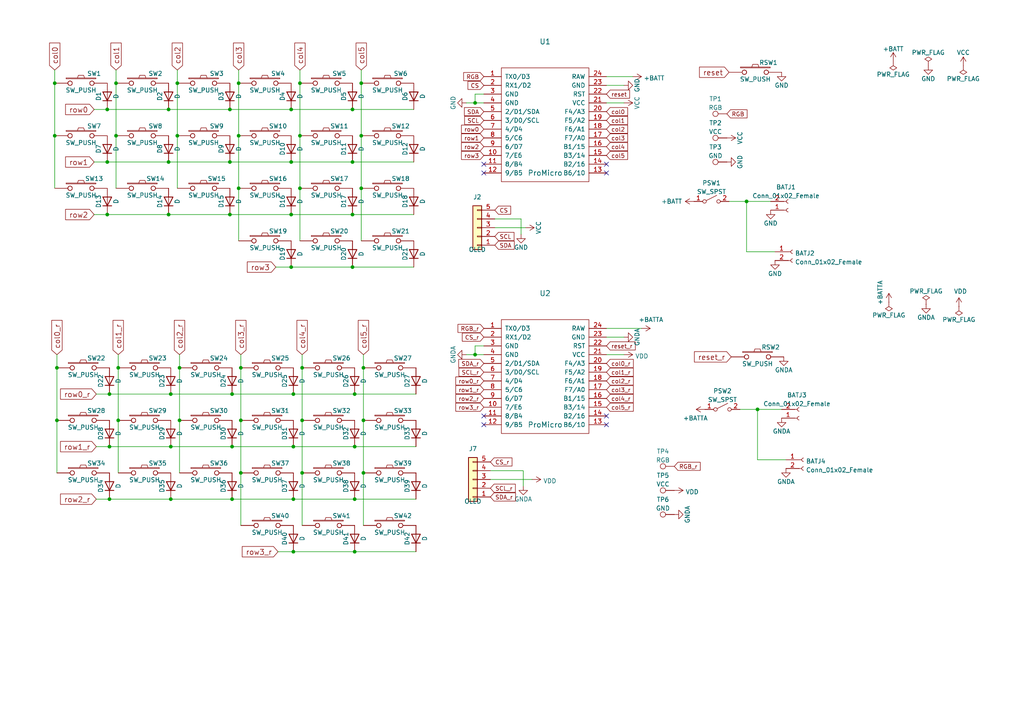
<source format=kicad_sch>
(kicad_sch (version 20211123) (generator eeschema)
  (paper "A4")
  (title_block (title "Corne Light") (date "2020-10-13") (rev "2.0") (company "foostan"))
  (lib_symbols
    (symbol "+BATT_2" (power) (pin_names (offset 0))
      (property "Value" "+BATT_2" (at -10.795 0 90))
      (symbol "+BATT_2_0_1"
        (polyline (pts (xy -0.762 1.27) (xy 0 2.54)))
        (polyline (pts (xy 0 0) (xy 0 2.54)))
        (polyline (pts (xy 0 2.54) (xy 0.762 1.27)))
      )
      (symbol "+BATT_2_1_1"
        (pin power_in line (at 0 0 90) (length 0) hide (name "+BATTA") (number "1"))
      )
    )
    (symbol "Connector:Conn_01x02_Female" (pin_names (offset 1.016) hide)
      (property "Reference" "J" (at 0 2.54 0))
      (property "Value" "Conn_01x02_Female" (at 0 -5.08 0))
      (symbol "Conn_01x02_Female_1_1"
        (arc (start 0 -2.032) (mid -0.508 -2.54) (end 0 -3.048) (stroke (width 0.1524)))
        (polyline (pts (xy -1.27 -2.54) (xy -0.508 -2.54)) (stroke (width 0.1524)))
        (polyline (pts (xy -1.27 0) (xy -0.508 0)) (stroke (width 0.1524)))
        (arc (start 0 0.508) (mid -0.508 0) (end 0 -0.508) (stroke (width 0.1524)))
        (pin passive line (at -5.08 0 0) (length 3.81) (name "Pin_1") (number "1"))
        (pin passive line (at -5.08 -2.54 0) (length 3.81) (name "Pin_2") (number "2"))
      )
    )
    (symbol "Connector:TestPoint" (pin_numbers hide) (pin_names (offset 0.762) hide)
      (property "Reference" "TP" (at 0 6.858 0))
      (property "Value" "TestPoint" (at 0 5.08 0))
      (symbol "TestPoint_0_1"
        (circle (center 0 3.302) (radius 0.762))
      )
      (symbol "TestPoint_1_1"
        (pin passive line (at 0 0 90) (length 2.54) (name "1") (number "1"))
      )
    )
    (symbol "Connector_Generic:Conn_01x05" (pin_names (offset 1.016) hide)
      (property "Reference" "J" (at 0 7.62 0))
      (property "Value" "Conn_01x05" (at 0 -7.62 0))
      (symbol "Conn_01x05_1_1"
        (rectangle (start -1.27 -4.953) (end 0 -5.207) (stroke (width 0.1524)))
        (rectangle (start -1.27 -2.413) (end 0 -2.667) (stroke (width 0.1524)))
        (rectangle (start -1.27 0.127) (end 0 -0.127) (stroke (width 0.1524)))
        (rectangle (start -1.27 2.667) (end 0 2.413) (stroke (width 0.1524)))
        (rectangle (start -1.27 5.207) (end 0 4.953) (stroke (width 0.1524)))
        (rectangle (start -1.27 6.35) (end 1.27 -6.35) (stroke (width 0.254)) (fill (type background)))
        (pin passive line (at -5.08 5.08 0) (length 3.81) (name "Pin_1") (number "1"))
        (pin passive line (at -5.08 2.54 0) (length 3.81) (name "Pin_2") (number "2"))
        (pin passive line (at -5.08 0 0) (length 3.81) (name "Pin_3") (number "3"))
        (pin passive line (at -5.08 -2.54 0) (length 3.81) (name "Pin_4") (number "4"))
        (pin passive line (at -5.08 -5.08 0) (length 3.81) (name "Pin_5") (number "5"))
      )
    )
    (symbol "Device:D" (pin_numbers hide) (pin_names (offset 1.016) hide)
      (property "Reference" "D" (at 0 2.54 0))
      (property "Value" "D" (at 0 -2.54 0))
      (symbol "D_0_1"
        (polyline (pts (xy -1.27 1.27) (xy -1.27 -1.27)) (stroke (width 0.254)))
        (polyline (pts (xy 1.27 0) (xy -1.27 0)))
        (polyline (pts (xy 1.27 1.27) (xy 1.27 -1.27) (xy -1.27 0) (xy 1.27 1.27)) (stroke (width 0.254)))
      )
      (symbol "D_1_1"
        (pin passive line (at -3.81 0 0) (length 2.54) (name "K") (number "1"))
        (pin passive line (at 3.81 0 180) (length 2.54) (name "A") (number "2"))
      )
    )
    (symbol "Switch:SW_SPST" (pin_names (offset 0) hide)
      (property "Reference" "SW" (at 0 3.175 0))
      (property "Value" "SW_SPST" (at 0 -2.54 0))
      (symbol "SW_SPST_0_0"
        (circle (center -2.032 0) (radius 0.508))
        (polyline (pts (xy -1.524 0.254) (xy 1.524 1.778)))
        (circle (center 2.032 0) (radius 0.508))
      )
      (symbol "SW_SPST_1_1"
        (pin passive line (at -5.08 0 0) (length 2.54) (name "A") (number "1"))
        (pin passive line (at 5.08 0 180) (length 2.54) (name "B") (number "2"))
      )
    )
    (symbol "kbd:ProMicro" (pin_names (offset 1.016))
      (property "Reference" "U" (at 0 19.05 0))
      (property "Value" "ProMicro" (at 0 -19.05 0))
      (symbol "ProMicro_0_1"
        (rectangle (start -12.7 16.51) (end 12.7 -16.51))
      )
      (symbol "ProMicro_1_1"
        (pin bidirectional line (at -17.78 13.97 0) (length 5.08) (name "TX0/D3") (number "1"))
        (pin bidirectional line (at -17.78 -8.89 0) (length 5.08) (name "7/E6") (number "10"))
        (pin bidirectional line (at -17.78 -11.43 0) (length 5.08) (name "8/B4") (number "11"))
        (pin bidirectional line (at -17.78 -13.97 0) (length 5.08) (name "9/B5") (number "12"))
        (pin bidirectional line (at 17.78 -13.97 180) (length 5.08) (name "B6/10") (number "13"))
        (pin bidirectional line (at 17.78 -11.43 180) (length 5.08) (name "B2/16") (number "14"))
        (pin bidirectional line (at 17.78 -8.89 180) (length 5.08) (name "B3/14") (number "15"))
        (pin bidirectional line (at 17.78 -6.35 180) (length 5.08) (name "B1/15") (number "16"))
        (pin bidirectional line (at 17.78 -3.81 180) (length 5.08) (name "F7/A0") (number "17"))
        (pin bidirectional line (at 17.78 -1.27 180) (length 5.08) (name "F6/A1") (number "18"))
        (pin bidirectional line (at 17.78 1.27 180) (length 5.08) (name "F5/A2") (number "19"))
        (pin bidirectional line (at -17.78 11.43 0) (length 5.08) (name "RX1/D2") (number "2"))
        (pin bidirectional line (at 17.78 3.81 180) (length 5.08) (name "F4/A3") (number "20"))
        (pin power_in line (at 17.78 6.35 180) (length 5.08) (name "VCC") (number "21"))
        (pin input line (at 17.78 8.89 180) (length 5.08) (name "RST") (number "22"))
        (pin power_in line (at 17.78 11.43 180) (length 5.08) (name "GND") (number "23"))
        (pin power_out line (at 17.78 13.97 180) (length 5.08) (name "RAW") (number "24"))
        (pin power_in line (at -17.78 8.89 0) (length 5.08) (name "GND") (number "3"))
        (pin power_in line (at -17.78 6.35 0) (length 5.08) (name "GND") (number "4"))
        (pin bidirectional line (at -17.78 3.81 0) (length 5.08) (name "2/D1/SDA") (number "5"))
        (pin bidirectional line (at -17.78 1.27 0) (length 5.08) (name "3/D0/SCL") (number "6"))
        (pin bidirectional line (at -17.78 -1.27 0) (length 5.08) (name "4/D4") (number "7"))
        (pin bidirectional line (at -17.78 -3.81 0) (length 5.08) (name "5/C6") (number "8"))
        (pin bidirectional line (at -17.78 -6.35 0) (length 5.08) (name "6/D7") (number "9"))
      )
    )
    (symbol "kbd:SW_PUSH" (pin_numbers hide) (pin_names (offset 1.016) hide)
      (property "Reference" "SW" (at 3.81 2.794 0))
      (property "Value" "SW_PUSH" (at 0 -2.032 0))
      (symbol "SW_PUSH_0_1"
        (rectangle (start -4.318 1.27) (end 4.318 1.524))
        (polyline (pts (xy -1.016 1.524) (xy -0.762 2.286) (xy 0.762 2.286) (xy 1.016 1.524)))
        (pin passive inverted (at -7.62 0 0) (length 5.08) (name "1") (number "1"))
        (pin passive inverted (at 7.62 0 180) (length 5.08) (name "2") (number "2"))
      )
    )
    (symbol "power:+BATT" (power) (pin_names (offset 0))
      (property "Value" "+BATT" (at 0 3.556 0))
      (symbol "+BATT_0_1"
        (polyline (pts (xy -0.762 1.27) (xy 0 2.54)))
        (polyline (pts (xy 0 0) (xy 0 2.54)))
        (polyline (pts (xy 0 2.54) (xy 0.762 1.27)))
      )
      (symbol "+BATT_1_1"
        (pin power_in line (at 0 0 90) (length 0) hide (name "+BATT") (number "1"))
      )
    )
    (symbol "power:GND" (power) (pin_names (offset 0))
      (property "Value" "GND" (at 0 -3.81 0))
      (symbol "GND_0_1"
        (polyline (pts (xy 0 0) (xy 0 -1.27) (xy 1.27 -1.27) (xy 0 -2.54) (xy -1.27 -1.27) (xy 0 -1.27)))
      )
      (symbol "GND_1_1"
        (pin power_in line (at 0 0 270) (length 0) hide (name "GND") (number "1"))
      )
    )
    (symbol "power:GNDA" (power) (pin_names (offset 0))
      (property "Value" "GNDA" (at 0 -3.81 0))
      (symbol "GNDA_0_1"
        (polyline (pts (xy 0 0) (xy 0 -1.27) (xy 1.27 -1.27) (xy 0 -2.54) (xy -1.27 -1.27) (xy 0 -1.27)))
      )
      (symbol "GNDA_1_1"
        (pin power_in line (at 0 0 270) (length 0) hide (name "GNDA") (number "1"))
      )
    )
    (symbol "power:PWR_FLAG" (power) (pin_numbers hide) (pin_names (offset 0) hide)
      (property "Value" "PWR_FLAG" (at 0 3.81 0))
      (symbol "PWR_FLAG_0_0"
        (pin power_out line (at 0 0 90) (length 0) (name "pwr") (number "1"))
      )
      (symbol "PWR_FLAG_0_1"
        (polyline (pts (xy 0 0) (xy 0 1.27) (xy -1.016 1.905) (xy 0 2.54) (xy 1.016 1.905) (xy 0 1.27)))
      )
    )
    (symbol "power:VCC" (power) (pin_names (offset 0))
      (property "Value" "VCC" (at 0 3.81 0))
      (symbol "VCC_0_1"
        (polyline (pts (xy -0.762 1.27) (xy 0 2.54)))
        (polyline (pts (xy 0 0) (xy 0 2.54)))
        (polyline (pts (xy 0 2.54) (xy 0.762 1.27)))
      )
      (symbol "VCC_1_1"
        (pin power_in line (at 0 0 90) (length 0) hide (name "VCC") (number "1"))
      )
    )
    (symbol "power:VDD" (power) (pin_names (offset 0))
      (property "Value" "VDD" (at 0 3.81 0))
      (symbol "VDD_0_1"
        (polyline (pts (xy -0.762 1.27) (xy 0 2.54)))
        (polyline (pts (xy 0 0) (xy 0 2.54)))
        (polyline (pts (xy 0 2.54) (xy 0.762 1.27)))
      )
      (symbol "VDD_1_1"
        (pin power_in line (at 0 0 90) (length 0) hide (name "VDD") (number "1"))
      )
    )
  )
  (junction (at 86.995 39.37))
  (junction (at 87.63 121.92))
  (junction (at 66.675 46.99))
  (junction (at 31.115 62.23))
  (junction (at 52.07 121.92))
  (junction (at 49.53 114.3))
  (junction (at 31.75 129.54))
  (junction (at 219.71 118.745))
  (junction (at 49.53 144.78))
  (junction (at 137.795 102.87))
  (junction (at 105.41 137.16))
  (junction (at 102.235 31.75))
  (junction (at 51.435 24.13))
  (junction (at 48.895 62.23))
  (junction (at 67.31 114.3))
  (junction (at 85.09 160.02))
  (junction (at 48.895 31.75))
  (junction (at 66.675 31.75))
  (junction (at 31.115 31.75))
  (junction (at 86.995 24.13))
  (junction (at 33.655 24.13))
  (junction (at 87.63 106.68))
  (junction (at 33.655 39.37))
  (junction (at 87.63 137.16))
  (junction (at 105.41 121.92))
  (junction (at 102.235 46.99))
  (junction (at 102.87 144.78))
  (junction (at 102.87 160.02))
  (junction (at 31.115 46.99))
  (junction (at 104.775 54.61))
  (junction (at 85.09 114.3))
  (junction (at 67.31 129.54))
  (junction (at 84.455 31.75))
  (junction (at 84.455 77.47))
  (junction (at 34.29 106.68))
  (junction (at 84.455 62.23))
  (junction (at 102.87 114.3))
  (junction (at 66.675 62.23))
  (junction (at 69.85 121.92))
  (junction (at 69.215 54.61))
  (junction (at 31.75 114.3))
  (junction (at 102.235 62.23))
  (junction (at 69.215 39.37))
  (junction (at 102.235 77.47))
  (junction (at 15.875 39.37))
  (junction (at 34.29 121.92))
  (junction (at 67.31 144.78))
  (junction (at 102.87 129.54))
  (junction (at 51.435 39.37))
  (junction (at 49.53 129.54))
  (junction (at 86.995 54.61))
  (junction (at 69.85 137.16))
  (junction (at 15.875 24.13))
  (junction (at 216.535 58.42))
  (junction (at 105.41 106.68))
  (junction (at 52.07 106.68))
  (junction (at 16.51 106.68))
  (junction (at 31.75 144.78))
  (junction (at 84.455 46.99))
  (junction (at 85.09 144.78))
  (junction (at 104.775 39.37))
  (junction (at 69.85 106.68))
  (junction (at 16.51 121.92))
  (junction (at 85.09 129.54))
  (junction (at 104.775 24.13))
  (junction (at 137.795 29.845))
  (junction (at 69.215 24.13))
  (junction (at 48.895 46.99))
  (no_connect (at 175.895 47.625))
  (no_connect (at 140.335 123.19))
  (no_connect (at 175.895 123.19))
  (no_connect (at 140.335 47.625))
  (no_connect (at 140.335 50.165))
  (no_connect (at 175.895 50.165))
  (no_connect (at 140.335 120.65))
  (no_connect (at 175.895 120.65))
  (wire (pts (xy 104.775 54.61) (xy 104.775 69.85)))
  (wire (pts (xy 104.775 24.13) (xy 104.775 39.37)))
  (wire (pts (xy 15.875 20.32) (xy 15.875 24.13)))
  (wire (pts (xy 34.29 106.68) (xy 34.29 121.92)))
  (wire (pts (xy 27.94 129.54) (xy 31.75 129.54)))
  (wire (pts (xy 86.995 20.32) (xy 86.995 24.13)))
  (wire (pts (xy 34.29 102.87) (xy 34.29 106.68)))
  (wire (pts (xy 175.895 102.87) (xy 180.975 102.87)))
  (wire (pts (xy 69.215 54.61) (xy 69.215 69.85)))
  (wire (pts (xy 219.71 118.745) (xy 226.695 118.745)))
  (wire (pts (xy 142.24 139.065) (xy 154.305 139.065)))
  (wire (pts (xy 105.41 106.68) (xy 105.41 121.92)))
  (wire (pts (xy 49.53 129.54) (xy 67.31 129.54)))
  (wire (pts (xy 214.63 118.745) (xy 219.71 118.745)))
  (wire (pts (xy 66.675 31.75) (xy 84.455 31.75)))
  (wire (pts (xy 102.87 144.78) (xy 120.65 144.78)))
  (wire (pts (xy 31.75 129.54) (xy 49.53 129.54)))
  (wire (pts (xy 48.895 46.99) (xy 66.675 46.99)))
  (wire (pts (xy 27.305 46.99) (xy 31.115 46.99)))
  (wire (pts (xy 105.41 137.16) (xy 105.41 152.4)))
  (wire (pts (xy 16.51 121.92) (xy 16.51 137.16)))
  (wire (pts (xy 31.115 62.23) (xy 48.895 62.23)))
  (wire (pts (xy 137.795 27.305) (xy 137.795 29.845)))
  (wire (pts (xy 216.535 58.42) (xy 216.535 73.025)))
  (wire (pts (xy 102.235 62.23) (xy 120.015 62.23)))
  (wire (pts (xy 87.63 102.87) (xy 87.63 106.68)))
  (wire (pts (xy 227.965 133.35) (xy 219.71 133.35)))
  (wire (pts (xy 84.455 46.99) (xy 102.235 46.99)))
  (wire (pts (xy 135.255 29.845) (xy 137.795 29.845)))
  (wire (pts (xy 16.51 102.87) (xy 16.51 106.68)))
  (wire (pts (xy 84.455 77.47) (xy 102.235 77.47)))
  (wire (pts (xy 31.75 144.78) (xy 49.53 144.78)))
  (wire (pts (xy 175.895 22.225) (xy 183.515 22.225)))
  (wire (pts (xy 84.455 31.75) (xy 102.235 31.75)))
  (wire (pts (xy 137.795 102.87) (xy 140.335 102.87)))
  (wire (pts (xy 52.07 106.68) (xy 52.07 121.92)))
  (wire (pts (xy 33.655 24.13) (xy 33.655 39.37)))
  (wire (pts (xy 102.87 129.54) (xy 120.65 129.54)))
  (wire (pts (xy 137.795 29.845) (xy 140.335 29.845)))
  (wire (pts (xy 151.765 136.525) (xy 151.765 140.97)))
  (wire (pts (xy 69.215 20.32) (xy 69.215 24.13)))
  (wire (pts (xy 140.335 27.305) (xy 137.795 27.305)))
  (wire (pts (xy 85.09 160.02) (xy 102.87 160.02)))
  (wire (pts (xy 175.895 95.25) (xy 186.055 95.25)))
  (wire (pts (xy 175.895 97.79) (xy 180.975 97.79)))
  (wire (pts (xy 216.535 73.025) (xy 224.79 73.025)))
  (wire (pts (xy 137.795 100.33) (xy 137.795 102.87)))
  (wire (pts (xy 85.09 144.78) (xy 102.87 144.78)))
  (wire (pts (xy 151.13 67.945) (xy 151.13 63.5)))
  (wire (pts (xy 105.41 102.87) (xy 105.41 106.68)))
  (wire (pts (xy 66.675 62.23) (xy 84.455 62.23)))
  (wire (pts (xy 175.895 29.845) (xy 180.975 29.845)))
  (wire (pts (xy 52.07 102.87) (xy 52.07 106.68)))
  (wire (pts (xy 33.655 20.32) (xy 33.655 24.13)))
  (wire (pts (xy 27.305 62.23) (xy 31.115 62.23)))
  (wire (pts (xy 175.895 24.765) (xy 180.975 24.765)))
  (wire (pts (xy 211.455 58.42) (xy 216.535 58.42)))
  (wire (pts (xy 142.24 136.525) (xy 151.765 136.525)))
  (wire (pts (xy 67.31 144.78) (xy 85.09 144.78)))
  (wire (pts (xy 51.435 24.13) (xy 51.435 39.37)))
  (wire (pts (xy 31.115 31.75) (xy 48.895 31.75)))
  (wire (pts (xy 102.235 77.47) (xy 120.015 77.47)))
  (wire (pts (xy 219.71 133.35) (xy 219.71 118.745)))
  (wire (pts (xy 67.31 114.3) (xy 85.09 114.3)))
  (wire (pts (xy 104.775 39.37) (xy 104.775 54.61)))
  (wire (pts (xy 48.895 31.75) (xy 66.675 31.75)))
  (wire (pts (xy 51.435 20.32) (xy 51.435 24.13)))
  (wire (pts (xy 69.85 137.16) (xy 69.85 152.4)))
  (wire (pts (xy 216.535 58.42) (xy 223.52 58.42)))
  (wire (pts (xy 69.215 24.13) (xy 69.215 39.37)))
  (wire (pts (xy 140.335 100.33) (xy 137.795 100.33)))
  (wire (pts (xy 102.87 114.3) (xy 120.65 114.3)))
  (wire (pts (xy 34.29 121.92) (xy 34.29 137.16)))
  (wire (pts (xy 49.53 114.3) (xy 67.31 114.3)))
  (wire (pts (xy 105.41 121.92) (xy 105.41 137.16)))
  (wire (pts (xy 15.875 39.37) (xy 15.875 54.61)))
  (wire (pts (xy 49.53 144.78) (xy 67.31 144.78)))
  (wire (pts (xy 66.675 46.99) (xy 84.455 46.99)))
  (wire (pts (xy 15.875 24.13) (xy 15.875 39.37)))
  (wire (pts (xy 84.455 62.23) (xy 102.235 62.23)))
  (wire (pts (xy 51.435 39.37) (xy 51.435 54.61)))
  (wire (pts (xy 102.87 160.02) (xy 120.65 160.02)))
  (wire (pts (xy 135.255 102.87) (xy 137.795 102.87)))
  (wire (pts (xy 87.63 137.16) (xy 87.63 152.4)))
  (wire (pts (xy 80.01 77.47) (xy 84.455 77.47)))
  (wire (pts (xy 85.09 129.54) (xy 102.87 129.54)))
  (wire (pts (xy 86.995 24.13) (xy 86.995 39.37)))
  (wire (pts (xy 104.775 20.32) (xy 104.775 24.13)))
  (wire (pts (xy 27.305 31.75) (xy 31.115 31.75)))
  (wire (pts (xy 86.995 39.37) (xy 86.995 54.61)))
  (wire (pts (xy 31.75 114.3) (xy 49.53 114.3)))
  (wire (pts (xy 143.51 66.04) (xy 152.4 66.04)))
  (wire (pts (xy 69.85 106.68) (xy 69.85 121.92)))
  (wire (pts (xy 102.235 46.99) (xy 120.015 46.99)))
  (wire (pts (xy 27.94 144.78) (xy 31.75 144.78)))
  (wire (pts (xy 27.94 114.3) (xy 31.75 114.3)))
  (wire (pts (xy 87.63 106.68) (xy 87.63 121.92)))
  (wire (pts (xy 80.645 160.02) (xy 85.09 160.02)))
  (wire (pts (xy 69.85 102.87) (xy 69.85 106.68)))
  (wire (pts (xy 102.235 31.75) (xy 120.015 31.75)))
  (wire (pts (xy 151.13 63.5) (xy 143.51 63.5)))
  (wire (pts (xy 48.895 62.23) (xy 66.675 62.23)))
  (wire (pts (xy 85.09 114.3) (xy 102.87 114.3)))
  (wire (pts (xy 16.51 106.68) (xy 16.51 121.92)))
  (wire (pts (xy 69.215 39.37) (xy 69.215 54.61)))
  (wire (pts (xy 31.115 46.99) (xy 48.895 46.99)))
  (wire (pts (xy 52.07 121.92) (xy 52.07 137.16)))
  (wire (pts (xy 33.655 39.37) (xy 33.655 54.61)))
  (wire (pts (xy 86.995 54.61) (xy 86.995 69.85)))
  (wire (pts (xy 69.85 121.92) (xy 69.85 137.16)))
  (wire (pts (xy 87.63 121.92) (xy 87.63 137.16)))
  (wire (pts (xy 67.31 129.54) (xy 85.09 129.54)))
  (global_label "col2_r" (shape input) (at 175.895 110.49 0) (effects (font (size 1.1938 1.1938))) (property "Intersheet References" "${INTERSHEET_REFS}" (effects hide)))
  (global_label "RGB" (shape input) (at 210.82 33.02 0) (effects (font (size 1.1938 1.1938))) (property "Intersheet References" "${INTERSHEET_REFS}" (effects hide)))
  (global_label "CS" (shape input) (at 143.51 60.96 0) (effects (font (size 1.1938 1.1938))) (property "Intersheet References" "${INTERSHEET_REFS}" (effects hide)))
  (global_label "col3" (shape input) (at 69.215 20.32 90) (effects (font (size 1.524 1.524))) (property "Intersheet References" "${INTERSHEET_REFS}" (effects hide)))
  (global_label "RGB" (shape input) (at 140.335 22.225 180) (effects (font (size 1.1938 1.1938))) (property "Intersheet References" "${INTERSHEET_REFS}" (effects hide)))
  (global_label "col2_r" (shape input) (at 52.07 102.87 90) (effects (font (size 1.524 1.524))) (property "Intersheet References" "${INTERSHEET_REFS}" (effects hide)))
  (global_label "row2" (shape input) (at 140.335 42.545 180) (effects (font (size 1.1938 1.1938))) (property "Intersheet References" "${INTERSHEET_REFS}" (effects hide)))
  (global_label "SCL" (shape input) (at 143.51 68.58 0) (effects (font (size 1.1938 1.1938))) (property "Intersheet References" "${INTERSHEET_REFS}" (effects hide)))
  (global_label "row0" (shape input) (at 27.305 31.75 180) (effects (font (size 1.524 1.524))) (property "Intersheet References" "${INTERSHEET_REFS}" (effects hide)))
  (global_label "reset" (shape input) (at 211.455 20.955 180) (effects (font (size 1.524 1.524))) (property "Intersheet References" "${INTERSHEET_REFS}" (effects hide)))
  (global_label "reset_r" (shape input) (at 175.895 100.33 0) (effects (font (size 1.1938 1.1938))) (property "Intersheet References" "${INTERSHEET_REFS}" (effects hide)))
  (global_label "col0" (shape input) (at 175.895 32.385 0) (effects (font (size 1.1938 1.1938))) (property "Intersheet References" "${INTERSHEET_REFS}" (effects hide)))
  (global_label "col3_r" (shape input) (at 69.85 102.87 90) (effects (font (size 1.524 1.524))) (property "Intersheet References" "${INTERSHEET_REFS}" (effects hide)))
  (global_label "row3_r" (shape input) (at 140.335 118.11 180) (effects (font (size 1.1938 1.1938))) (property "Intersheet References" "${INTERSHEET_REFS}" (effects hide)))
  (global_label "row3" (shape input) (at 80.01 77.47 180) (effects (font (size 1.524 1.524))) (property "Intersheet References" "${INTERSHEET_REFS}" (effects hide)))
  (global_label "col2" (shape input) (at 175.895 37.465 0) (effects (font (size 1.1938 1.1938))) (property "Intersheet References" "${INTERSHEET_REFS}" (effects hide)))
  (global_label "SCL_r" (shape input) (at 140.335 107.95 180) (effects (font (size 1.1938 1.1938))) (property "Intersheet References" "${INTERSHEET_REFS}" (effects hide)))
  (global_label "row1_r" (shape input) (at 27.94 129.54 180) (effects (font (size 1.524 1.524))) (property "Intersheet References" "${INTERSHEET_REFS}" (effects hide)))
  (global_label "col2" (shape input) (at 51.435 20.32 90) (effects (font (size 1.524 1.524))) (property "Intersheet References" "${INTERSHEET_REFS}" (effects hide)))
  (global_label "col1_r" (shape input) (at 175.895 107.95 0) (effects (font (size 1.1938 1.1938))) (property "Intersheet References" "${INTERSHEET_REFS}" (effects hide)))
  (global_label "col4" (shape input) (at 175.895 42.545 0) (effects (font (size 1.1938 1.1938))) (property "Intersheet References" "${INTERSHEET_REFS}" (effects hide)))
  (global_label "reset_r" (shape input) (at 212.09 103.505 180) (effects (font (size 1.524 1.524))) (property "Intersheet References" "${INTERSHEET_REFS}" (effects hide)))
  (global_label "SDA" (shape input) (at 140.335 32.385 180) (effects (font (size 1.1938 1.1938))) (property "Intersheet References" "${INTERSHEET_REFS}" (effects hide)))
  (global_label "CS" (shape input) (at 140.335 24.765 180) (effects (font (size 1.1938 1.1938))) (property "Intersheet References" "${INTERSHEET_REFS}" (effects hide)))
  (global_label "SDA" (shape input) (at 143.51 71.12 0) (effects (font (size 1.1938 1.1938))) (property "Intersheet References" "${INTERSHEET_REFS}" (effects hide)))
  (global_label "col0" (shape input) (at 15.875 20.32 90) (effects (font (size 1.524 1.524))) (property "Intersheet References" "${INTERSHEET_REFS}" (effects hide)))
  (global_label "row3" (shape input) (at 140.335 45.085 180) (effects (font (size 1.1938 1.1938))) (property "Intersheet References" "${INTERSHEET_REFS}" (effects hide)))
  (global_label "row2_r" (shape input) (at 27.94 144.78 180) (effects (font (size 1.524 1.524))) (property "Intersheet References" "${INTERSHEET_REFS}" (effects hide)))
  (global_label "CS_r" (shape input) (at 142.24 133.985 0) (effects (font (size 1.1938 1.1938))) (property "Intersheet References" "${INTERSHEET_REFS}" (effects hide)))
  (global_label "col3_r" (shape input) (at 175.895 113.03 0) (effects (font (size 1.1938 1.1938))) (property "Intersheet References" "${INTERSHEET_REFS}" (effects hide)))
  (global_label "col5_r" (shape input) (at 175.895 118.11 0) (effects (font (size 1.1938 1.1938))) (property "Intersheet References" "${INTERSHEET_REFS}" (effects hide)))
  (global_label "row0_r" (shape input) (at 27.94 114.3 180) (effects (font (size 1.524 1.524))) (property "Intersheet References" "${INTERSHEET_REFS}" (effects hide)))
  (global_label "col4" (shape input) (at 86.995 20.32 90) (effects (font (size 1.524 1.524))) (property "Intersheet References" "${INTERSHEET_REFS}" (effects hide)))
  (global_label "row2" (shape input) (at 27.305 62.23 180) (effects (font (size 1.524 1.524))) (property "Intersheet References" "${INTERSHEET_REFS}" (effects hide)))
  (global_label "CS_r" (shape input) (at 140.335 97.79 180) (effects (font (size 1.1938 1.1938))) (property "Intersheet References" "${INTERSHEET_REFS}" (effects hide)))
  (global_label "SDA_r" (shape input) (at 140.335 105.41 180) (effects (font (size 1.1938 1.1938))) (property "Intersheet References" "${INTERSHEET_REFS}" (effects hide)))
  (global_label "col1" (shape input) (at 33.655 20.32 90) (effects (font (size 1.524 1.524))) (property "Intersheet References" "${INTERSHEET_REFS}" (effects hide)))
  (global_label "SCL" (shape input) (at 140.335 34.925 180) (effects (font (size 1.1938 1.1938))) (property "Intersheet References" "${INTERSHEET_REFS}" (effects hide)))
  (global_label "col5" (shape input) (at 104.775 20.32 90) (effects (font (size 1.524 1.524))) (property "Intersheet References" "${INTERSHEET_REFS}" (effects hide)))
  (global_label "SDA_r" (shape input) (at 142.24 144.145 0) (effects (font (size 1.1938 1.1938))) (property "Intersheet References" "${INTERSHEET_REFS}" (effects hide)))
  (global_label "col1_r" (shape input) (at 34.29 102.87 90) (effects (font (size 1.524 1.524))) (property "Intersheet References" "${INTERSHEET_REFS}" (effects hide)))
  (global_label "row1_r" (shape input) (at 140.335 113.03 180) (effects (font (size 1.1938 1.1938))) (property "Intersheet References" "${INTERSHEET_REFS}" (effects hide)))
  (global_label "RGB_r" (shape input) (at 195.58 135.255 0) (effects (font (size 1.1938 1.1938))) (property "Intersheet References" "${INTERSHEET_REFS}" (effects hide)))
  (global_label "col0_r" (shape input) (at 16.51 102.87 90) (effects (font (size 1.524 1.524))) (property "Intersheet References" "${INTERSHEET_REFS}" (effects hide)))
  (global_label "col1" (shape input) (at 175.895 34.925 0) (effects (font (size 1.1938 1.1938))) (property "Intersheet References" "${INTERSHEET_REFS}" (effects hide)))
  (global_label "col5" (shape input) (at 175.895 45.085 0) (effects (font (size 1.1938 1.1938))) (property "Intersheet References" "${INTERSHEET_REFS}" (effects hide)))
  (global_label "row3_r" (shape input) (at 80.645 160.02 180) (effects (font (size 1.524 1.524))) (property "Intersheet References" "${INTERSHEET_REFS}" (effects hide)))
  (global_label "col3" (shape input) (at 175.895 40.005 0) (effects (font (size 1.1938 1.1938))) (property "Intersheet References" "${INTERSHEET_REFS}" (effects hide)))
  (global_label "row1" (shape input) (at 140.335 40.005 180) (effects (font (size 1.1938 1.1938))) (property "Intersheet References" "${INTERSHEET_REFS}" (effects hide)))
  (global_label "reset" (shape input) (at 175.895 27.305 0) (effects (font (size 1.1938 1.1938))) (property "Intersheet References" "${INTERSHEET_REFS}" (effects hide)))
  (global_label "col4_r" (shape input) (at 175.895 115.57 0) (effects (font (size 1.1938 1.1938))) (property "Intersheet References" "${INTERSHEET_REFS}" (effects hide)))
  (global_label "col4_r" (shape input) (at 87.63 102.87 90) (effects (font (size 1.524 1.524))) (property "Intersheet References" "${INTERSHEET_REFS}" (effects hide)))
  (global_label "row0_r" (shape input) (at 140.335 110.49 180) (effects (font (size 1.1938 1.1938))) (property "Intersheet References" "${INTERSHEET_REFS}" (effects hide)))
  (global_label "SCL_r" (shape input) (at 142.24 141.605 0) (effects (font (size 1.1938 1.1938))) (property "Intersheet References" "${INTERSHEET_REFS}" (effects hide)))
  (global_label "col0_r" (shape input) (at 175.895 105.41 0) (effects (font (size 1.1938 1.1938))) (property "Intersheet References" "${INTERSHEET_REFS}" (effects hide)))
  (global_label "RGB_r" (shape input) (at 140.335 95.25 180) (effects (font (size 1.1938 1.1938))) (property "Intersheet References" "${INTERSHEET_REFS}" (effects hide)))
  (global_label "row0" (shape input) (at 140.335 37.465 180) (effects (font (size 1.1938 1.1938))) (property "Intersheet References" "${INTERSHEET_REFS}" (effects hide)))
  (global_label "col5_r" (shape input) (at 105.41 102.87 90) (effects (font (size 1.524 1.524))) (property "Intersheet References" "${INTERSHEET_REFS}" (effects hide)))
  (global_label "row1" (shape input) (at 27.305 46.99 180) (effects (font (size 1.524 1.524))) (property "Intersheet References" "${INTERSHEET_REFS}" (effects hide)))
  (global_label "row2_r" (shape input) (at 140.335 115.57 180) (effects (font (size 1.1938 1.1938))) (property "Intersheet References" "${INTERSHEET_REFS}" (effects hide)))
  (symbol (lib_id "kbd:ProMicro") (at 158.115 36.195 0) (unit 1)
    (property "Reference" "U1" (at 158.115 12.065 0) (effects (font (size 1.524 1.524))))
    (property "Value" "ProMicro" (at 158.115 50.165 0) (effects (font (size 1.524 1.524))))
    (property "Footprint" "kbd:ProMicro_v3" (effects hide))
  )
  (symbol (lib_id "kbd:SW_PUSH") (at 41.275 24.13 0) (unit 1)
    (property "Reference" "SW2" (at 45.085 21.336 0))
    (property "Value" "SW_PUSH" (at 41.275 26.162 0))
    (property "Footprint" "gateron-ks27:gateron-ks27-choc-v1" (effects hide))
  )
  (symbol (lib_id "Device:D") (at 48.895 27.94 90) (unit 1)
    (property "Reference" "D2" (at 46.355 27.94 0))
    (property "Value" "D" (at 51.435 27.94 0))
    (property "Footprint" "kbd:D3_TH" (effects hide))
  )
  (symbol (lib_id "kbd:SW_PUSH") (at 59.055 24.13 0) (unit 1)
    (property "Reference" "SW3" (at 62.865 21.336 0))
    (property "Value" "SW_PUSH" (at 59.055 26.162 0))
    (property "Footprint" "gateron-ks27:gateron-ks27-choc-v1" (effects hide))
  )
  (symbol (lib_id "Device:D") (at 66.675 27.94 90) (unit 1)
    (property "Reference" "D3" (at 64.135 27.94 0))
    (property "Value" "D" (at 69.215 27.94 0))
    (property "Footprint" "kbd:D3_TH" (effects hide))
  )
  (symbol (lib_id "kbd:SW_PUSH") (at 76.835 24.13 0) (unit 1)
    (property "Reference" "SW4" (at 80.645 21.336 0))
    (property "Value" "SW_PUSH" (at 76.835 26.162 0))
    (property "Footprint" "gateron-ks27:gateron-ks27-choc-v1" (effects hide))
  )
  (symbol (lib_id "kbd:SW_PUSH") (at 94.615 24.13 0) (unit 1)
    (property "Reference" "SW5" (at 98.425 21.336 0))
    (property "Value" "SW_PUSH" (at 94.615 26.162 0))
    (property "Footprint" "gateron-ks27:gateron-ks27-choc-v1" (effects hide))
  )
  (symbol (lib_id "kbd:SW_PUSH") (at 112.395 24.13 0) (unit 1)
    (property "Reference" "SW6" (at 116.205 21.336 0))
    (property "Value" "SW_PUSH" (at 112.395 26.162 0))
    (property "Footprint" "gateron-ks27:gateron-ks27-choc-v1" (effects hide))
  )
  (symbol (lib_id "Device:D") (at 84.455 27.94 90) (unit 1)
    (property "Reference" "D4" (at 81.915 27.94 0))
    (property "Value" "D" (at 86.995 27.94 0))
    (property "Footprint" "kbd:D3_TH" (effects hide))
  )
  (symbol (lib_id "Device:D") (at 102.235 27.94 90) (unit 1)
    (property "Reference" "D5" (at 99.695 27.94 0))
    (property "Value" "D" (at 104.775 27.94 0))
    (property "Footprint" "kbd:D3_TH" (effects hide))
  )
  (symbol (lib_id "Device:D") (at 120.015 27.94 90) (unit 1)
    (property "Reference" "D6" (at 117.475 27.94 0))
    (property "Value" "D" (at 122.555 27.94 0))
    (property "Footprint" "kbd:D3_TH" (effects hide))
  )
  (symbol (lib_id "kbd:SW_PUSH") (at 23.495 24.13 0) (unit 1)
    (property "Reference" "SW1" (at 27.305 21.336 0))
    (property "Value" "SW_PUSH" (at 23.495 26.162 0))
    (property "Footprint" "gateron-ks27:gateron-ks27-choc-v1" (effects hide))
  )
  (symbol (lib_id "Device:D") (at 31.115 27.94 90) (unit 1)
    (property "Reference" "D1" (at 28.575 27.94 0))
    (property "Value" "D" (at 33.655 27.94 0))
    (property "Footprint" "kbd:D3_TH" (effects hide))
  )
  (symbol (lib_id "kbd:SW_PUSH") (at 41.275 39.37 0) (unit 1)
    (property "Reference" "SW8" (at 45.085 36.576 0))
    (property "Value" "SW_PUSH" (at 41.275 41.402 0))
    (property "Footprint" "gateron-ks27:gateron-ks27-choc-v1" (effects hide))
  )
  (symbol (lib_id "Device:D") (at 48.895 43.18 90) (unit 1)
    (property "Reference" "D8" (at 46.355 43.18 0))
    (property "Value" "D" (at 51.435 43.18 0))
    (property "Footprint" "kbd:D3_TH" (effects hide))
  )
  (symbol (lib_id "kbd:SW_PUSH") (at 59.055 39.37 0) (unit 1)
    (property "Reference" "SW9" (at 62.865 36.576 0))
    (property "Value" "SW_PUSH" (at 59.055 41.402 0))
    (property "Footprint" "gateron-ks27:gateron-ks27-choc-v1" (effects hide))
  )
  (symbol (lib_id "Device:D") (at 66.675 43.18 90) (unit 1)
    (property "Reference" "D9" (at 64.135 43.18 0))
    (property "Value" "D" (at 69.215 43.18 0))
    (property "Footprint" "kbd:D3_TH" (effects hide))
  )
  (symbol (lib_id "kbd:SW_PUSH") (at 76.835 39.37 0) (unit 1)
    (property "Reference" "SW10" (at 80.645 36.576 0))
    (property "Value" "SW_PUSH" (at 76.835 41.402 0))
    (property "Footprint" "gateron-ks27:gateron-ks27-choc-v1" (effects hide))
  )
  (symbol (lib_id "kbd:SW_PUSH") (at 94.615 39.37 0) (unit 1)
    (property "Reference" "SW11" (at 98.425 36.576 0))
    (property "Value" "SW_PUSH" (at 94.615 41.402 0))
    (property "Footprint" "gateron-ks27:gateron-ks27-choc-v1" (effects hide))
  )
  (symbol (lib_id "kbd:SW_PUSH") (at 112.395 39.37 0) (unit 1)
    (property "Reference" "SW12" (at 116.205 36.576 0))
    (property "Value" "SW_PUSH" (at 112.395 41.402 0))
    (property "Footprint" "gateron-ks27:gateron-ks27-choc-v1" (effects hide))
  )
  (symbol (lib_id "Device:D") (at 84.455 43.18 90) (unit 1)
    (property "Reference" "D10" (at 81.915 43.18 0))
    (property "Value" "D" (at 86.995 43.18 0))
    (property "Footprint" "kbd:D3_TH" (effects hide))
  )
  (symbol (lib_id "Device:D") (at 102.235 43.18 90) (unit 1)
    (property "Reference" "D11" (at 99.695 43.18 0))
    (property "Value" "D" (at 104.775 43.18 0))
    (property "Footprint" "kbd:D3_TH" (effects hide))
  )
  (symbol (lib_id "Device:D") (at 120.015 43.18 90) (unit 1)
    (property "Reference" "D12" (at 117.475 43.18 0))
    (property "Value" "D" (at 122.555 43.18 0))
    (property "Footprint" "kbd:D3_TH" (effects hide))
  )
  (symbol (lib_id "kbd:SW_PUSH") (at 23.495 39.37 0) (unit 1)
    (property "Reference" "SW7" (at 27.305 36.576 0))
    (property "Value" "SW_PUSH" (at 23.495 41.402 0))
    (property "Footprint" "gateron-ks27:gateron-ks27-choc-v1" (effects hide))
  )
  (symbol (lib_id "Device:D") (at 31.115 43.18 90) (unit 1)
    (property "Reference" "D7" (at 28.575 43.18 0))
    (property "Value" "D" (at 33.655 43.18 0))
    (property "Footprint" "kbd:D3_TH" (effects hide))
  )
  (symbol (lib_id "kbd:SW_PUSH") (at 41.275 54.61 0) (unit 1)
    (property "Reference" "SW14" (at 45.085 51.816 0))
    (property "Value" "SW_PUSH" (at 41.275 56.642 0))
    (property "Footprint" "gateron-ks27:gateron-ks27-choc-v1" (effects hide))
  )
  (symbol (lib_id "Device:D") (at 48.895 58.42 90) (unit 1)
    (property "Reference" "D14" (at 46.355 58.42 0))
    (property "Value" "D" (at 51.435 58.42 0))
    (property "Footprint" "kbd:D3_TH" (effects hide))
  )
  (symbol (lib_id "kbd:SW_PUSH") (at 59.055 54.61 0) (unit 1)
    (property "Reference" "SW15" (at 62.865 51.816 0))
    (property "Value" "SW_PUSH" (at 59.055 56.642 0))
    (property "Footprint" "gateron-ks27:gateron-ks27-choc-v1" (effects hide))
  )
  (symbol (lib_id "Device:D") (at 66.675 58.42 90) (unit 1)
    (property "Reference" "D15" (at 64.135 58.42 0))
    (property "Value" "D" (at 69.215 58.42 0))
    (property "Footprint" "kbd:D3_TH" (effects hide))
  )
  (symbol (lib_id "kbd:SW_PUSH") (at 76.835 54.61 0) (unit 1)
    (property "Reference" "SW16" (at 80.645 51.816 0))
    (property "Value" "SW_PUSH" (at 76.835 56.642 0))
    (property "Footprint" "gateron-ks27:gateron-ks27-choc-v1" (effects hide))
  )
  (symbol (lib_id "kbd:SW_PUSH") (at 94.615 54.61 0) (unit 1)
    (property "Reference" "SW17" (at 98.425 51.816 0))
    (property "Value" "SW_PUSH" (at 94.615 56.642 0))
    (property "Footprint" "gateron-ks27:gateron-ks27-choc-v1" (effects hide))
  )
  (symbol (lib_id "kbd:SW_PUSH") (at 112.395 54.61 0) (unit 1)
    (property "Reference" "SW18" (at 116.205 51.816 0))
    (property "Value" "SW_PUSH" (at 112.395 56.642 0))
    (property "Footprint" "gateron-ks27:gateron-ks27-choc-v1" (effects hide))
  )
  (symbol (lib_id "Device:D") (at 84.455 58.42 90) (unit 1)
    (property "Reference" "D16" (at 81.915 58.42 0))
    (property "Value" "D" (at 86.995 58.42 0))
    (property "Footprint" "kbd:D3_TH" (effects hide))
  )
  (symbol (lib_id "Device:D") (at 102.235 58.42 90) (unit 1)
    (property "Reference" "D17" (at 99.695 58.42 0))
    (property "Value" "D" (at 104.775 58.42 0))
    (property "Footprint" "kbd:D3_TH" (effects hide))
  )
  (symbol (lib_id "Device:D") (at 120.015 58.42 90) (unit 1)
    (property "Reference" "D18" (at 117.475 58.42 0))
    (property "Value" "D" (at 122.555 58.42 0))
    (property "Footprint" "kbd:D3_TH" (effects hide))
  )
  (symbol (lib_id "kbd:SW_PUSH") (at 23.495 54.61 0) (unit 1)
    (property "Reference" "SW13" (at 27.305 51.816 0))
    (property "Value" "SW_PUSH" (at 23.495 56.642 0))
    (property "Footprint" "gateron-ks27:gateron-ks27-choc-v1" (effects hide))
  )
  (symbol (lib_id "Device:D") (at 31.115 58.42 90) (unit 1)
    (property "Reference" "D13" (at 28.575 58.42 0))
    (property "Value" "D" (at 33.655 58.42 0))
    (property "Footprint" "kbd:D3_TH" (effects hide))
  )
  (symbol (lib_id "kbd:SW_PUSH") (at 94.615 69.85 0) (unit 1)
    (property "Reference" "SW20" (at 98.425 67.056 0))
    (property "Value" "SW_PUSH" (at 94.615 71.882 0))
    (property "Footprint" "gateron-ks27:gateron-ks27-choc-v1" (effects hide))
  )
  (symbol (lib_id "Device:D") (at 102.235 73.66 90) (unit 1)
    (property "Reference" "D20" (at 99.695 73.66 0))
    (property "Value" "D" (at 104.775 73.66 0))
    (property "Footprint" "kbd:D3_TH" (effects hide))
  )
  (symbol (lib_id "kbd:SW_PUSH") (at 112.395 69.85 0) (unit 1)
    (property "Reference" "SW21" (at 116.205 67.056 0))
    (property "Value" "SW_PUSH" (at 112.395 71.882 0))
    (property "Footprint" "gateron-ks27:gateron-ks27-choc-v1-1.5u" (effects hide))
  )
  (symbol (lib_id "Device:D") (at 120.015 73.66 90) (unit 1)
    (property "Reference" "D21" (at 117.475 73.66 0))
    (property "Value" "D" (at 122.555 73.66 0))
    (property "Footprint" "kbd:D3_TH" (effects hide))
  )
  (symbol (lib_id "kbd:SW_PUSH") (at 76.835 69.85 0) (unit 1)
    (property "Reference" "SW19" (at 80.645 67.056 0))
    (property "Value" "SW_PUSH" (at 76.835 71.882 0))
    (property "Footprint" "gateron-ks27:gateron-ks27-choc-v1" (effects hide))
  )
  (symbol (lib_id "Device:D") (at 84.455 73.66 90) (unit 1)
    (property "Reference" "D19" (at 81.915 73.66 0))
    (property "Value" "D" (at 86.995 73.66 0))
    (property "Footprint" "kbd:D3_TH" (effects hide))
  )
  (symbol (lib_id "power:GND") (at 180.975 24.765 90) (unit 1)
    (property "Reference" "#PWR03" (effects hide))
    (property "Value" "GND" (at 184.785 24.765 0))
  )
  (symbol (lib_id "power:VCC") (at 180.975 29.845 270) (unit 1)
    (property "Reference" "#PWR05" (effects hide))
    (property "Value" "VCC" (at 184.785 29.845 0))
  )
  (symbol (lib_id "power:GND") (at 135.255 29.845 270) (unit 1)
    (property "Reference" "#PWR04" (effects hide))
    (property "Value" "GND" (at 131.445 29.845 0))
  )
  (symbol (lib_id "power:GND") (at 269.24 19.05 0) (unit 1)
    (property "Reference" "#PWR01" (effects hide))
    (property "Value" "GND" (at 269.24 22.86 0))
  )
  (symbol (lib_id "power:VCC") (at 279.4 19.05 0) (unit 1)
    (property "Reference" "#PWR02" (effects hide))
    (property "Value" "VCC" (at 279.4 15.24 0))
  )
  (symbol (lib_id "power:PWR_FLAG") (at 279.4 19.05 180) (unit 1)
    (property "Reference" "#FLG02" (effects hide))
    (property "Value" "PWR_FLAG" (at 279.4 22.86 0))
  )
  (symbol (lib_id "power:PWR_FLAG") (at 269.24 19.05 0) (unit 1)
    (property "Reference" "#FLG01" (effects hide))
    (property "Value" "PWR_FLAG" (at 269.24 15.24 0))
  )
  (symbol (lib_id "kbd:SW_PUSH") (at 219.075 20.955 0) (unit 1)
    (property "Reference" "RSW1" (at 222.885 18.161 0))
    (property "Value" "SW_PUSH" (at 219.075 22.987 0))
    (property "Footprint" "kbd:ResetSW_1side" (effects hide))
  )
  (symbol (lib_id "power:GND") (at 226.695 20.955 0) (unit 1)
    (property "Reference" "#PWR07" (effects hide))
    (property "Value" "GND" (at 226.695 24.765 0))
  )
  (symbol (lib_id "Connector_Generic:Conn_01x05") (at 138.43 66.04 180) (unit 1)
    (property "Reference" "J2" (at 138.43 57.15 0))
    (property "Value" "OLED" (at 138.43 72.39 0))
    (property "Footprint" "nice_view:nice_view_1side" (effects hide))
  )
  (symbol (lib_id "power:GND") (at 151.13 67.945 0) (unit 1)
    (property "Reference" "#PWR019" (effects hide))
    (property "Value" "GND" (at 151.13 71.755 0))
  )
  (symbol (lib_id "power:VCC") (at 152.4 66.04 270) (unit 1)
    (property "Reference" "#PWR018" (effects hide))
    (property "Value" "VCC" (at 156.21 66.04 0))
  )
  (symbol (lib_id "kbd:ProMicro") (at 158.115 109.22 0) (unit 1)
    (property "Reference" "U2" (at 158.115 85.09 0) (effects (font (size 1.524 1.524))))
    (property "Value" "ProMicro" (at 158.115 123.19 0) (effects (font (size 1.524 1.524))))
    (property "Footprint" "kbd:ProMicro_v3" (effects hide))
  )
  (symbol (lib_id "kbd:SW_PUSH") (at 41.91 106.68 0) (unit 1)
    (property "Reference" "SW23" (at 45.72 103.886 0))
    (property "Value" "SW_PUSH" (at 41.91 108.712 0))
    (property "Footprint" "gateron-ks27:gateron-ks27-choc-v1" (effects hide))
  )
  (symbol (lib_id "Device:D") (at 49.53 110.49 90) (unit 1)
    (property "Reference" "D23" (at 46.99 110.49 0))
    (property "Value" "D" (at 52.07 110.49 0))
    (property "Footprint" "kbd:D3_TH" (effects hide))
  )
  (symbol (lib_id "kbd:SW_PUSH") (at 59.69 106.68 0) (unit 1)
    (property "Reference" "SW24" (at 63.5 103.886 0))
    (property "Value" "SW_PUSH" (at 59.69 108.712 0))
    (property "Footprint" "gateron-ks27:gateron-ks27-choc-v1" (effects hide))
  )
  (symbol (lib_id "Device:D") (at 67.31 110.49 90) (unit 1)
    (property "Reference" "D24" (at 64.77 110.49 0))
    (property "Value" "D" (at 69.85 110.49 0))
    (property "Footprint" "kbd:D3_TH" (effects hide))
  )
  (symbol (lib_id "kbd:SW_PUSH") (at 77.47 106.68 0) (unit 1)
    (property "Reference" "SW25" (at 81.28 103.886 0))
    (property "Value" "SW_PUSH" (at 77.47 108.712 0))
    (property "Footprint" "gateron-ks27:gateron-ks27-choc-v1" (effects hide))
  )
  (symbol (lib_id "kbd:SW_PUSH") (at 95.25 106.68 0) (unit 1)
    (property "Reference" "SW26" (at 99.06 103.886 0))
    (property "Value" "SW_PUSH" (at 95.25 108.712 0))
    (property "Footprint" "gateron-ks27:gateron-ks27-choc-v1" (effects hide))
  )
  (symbol (lib_id "kbd:SW_PUSH") (at 113.03 106.68 0) (unit 1)
    (property "Reference" "SW27" (at 116.84 103.886 0))
    (property "Value" "SW_PUSH" (at 113.03 108.712 0))
    (property "Footprint" "gateron-ks27:gateron-ks27-choc-v1" (effects hide))
  )
  (symbol (lib_id "Device:D") (at 85.09 110.49 90) (unit 1)
    (property "Reference" "D25" (at 82.55 110.49 0))
    (property "Value" "D" (at 87.63 110.49 0))
    (property "Footprint" "kbd:D3_TH" (effects hide))
  )
  (symbol (lib_id "Device:D") (at 102.87 110.49 90) (unit 1)
    (property "Reference" "D26" (at 100.33 110.49 0))
    (property "Value" "D" (at 105.41 110.49 0))
    (property "Footprint" "kbd:D3_TH" (effects hide))
  )
  (symbol (lib_id "Device:D") (at 120.65 110.49 90) (unit 1)
    (property "Reference" "D27" (at 118.11 110.49 0))
    (property "Value" "D" (at 123.19 110.49 0))
    (property "Footprint" "kbd:D3_TH" (effects hide))
  )
  (symbol (lib_id "kbd:SW_PUSH") (at 24.13 106.68 0) (unit 1)
    (property "Reference" "SW22" (at 27.94 103.886 0))
    (property "Value" "SW_PUSH" (at 24.13 108.712 0))
    (property "Footprint" "gateron-ks27:gateron-ks27-choc-v1" (effects hide))
  )
  (symbol (lib_id "Device:D") (at 31.75 110.49 90) (unit 1)
    (property "Reference" "D22" (at 29.21 110.49 0))
    (property "Value" "D" (at 34.29 110.49 0))
    (property "Footprint" "kbd:D3_TH" (effects hide))
  )
  (symbol (lib_id "kbd:SW_PUSH") (at 41.91 121.92 0) (unit 1)
    (property "Reference" "SW29" (at 45.72 119.126 0))
    (property "Value" "SW_PUSH" (at 41.91 123.952 0))
    (property "Footprint" "gateron-ks27:gateron-ks27-choc-v1" (effects hide))
  )
  (symbol (lib_id "Device:D") (at 49.53 125.73 90) (unit 1)
    (property "Reference" "D29" (at 46.99 125.73 0))
    (property "Value" "D" (at 52.07 125.73 0))
    (property "Footprint" "kbd:D3_TH" (effects hide))
  )
  (symbol (lib_id "kbd:SW_PUSH") (at 59.69 121.92 0) (unit 1)
    (property "Reference" "SW30" (at 63.5 119.126 0))
    (property "Value" "SW_PUSH" (at 59.69 123.952 0))
    (property "Footprint" "gateron-ks27:gateron-ks27-choc-v1" (effects hide))
  )
  (symbol (lib_id "Device:D") (at 67.31 125.73 90) (unit 1)
    (property "Reference" "D30" (at 64.77 125.73 0))
    (property "Value" "D" (at 69.85 125.73 0))
    (property "Footprint" "kbd:D3_TH" (effects hide))
  )
  (symbol (lib_id "kbd:SW_PUSH") (at 77.47 121.92 0) (unit 1)
    (property "Reference" "SW31" (at 81.28 119.126 0))
    (property "Value" "SW_PUSH" (at 77.47 123.952 0))
    (property "Footprint" "gateron-ks27:gateron-ks27-choc-v1" (effects hide))
  )
  (symbol (lib_id "kbd:SW_PUSH") (at 95.25 121.92 0) (unit 1)
    (property "Reference" "SW32" (at 99.06 119.126 0))
    (property "Value" "SW_PUSH" (at 95.25 123.952 0))
    (property "Footprint" "gateron-ks27:gateron-ks27-choc-v1" (effects hide))
  )
  (symbol (lib_id "kbd:SW_PUSH") (at 113.03 121.92 0) (unit 1)
    (property "Reference" "SW33" (at 116.84 119.126 0))
    (property "Value" "SW_PUSH" (at 113.03 123.952 0))
    (property "Footprint" "gateron-ks27:gateron-ks27-choc-v1" (effects hide))
  )
  (symbol (lib_id "Device:D") (at 85.09 125.73 90) (unit 1)
    (property "Reference" "D31" (at 82.55 125.73 0))
    (property "Value" "D" (at 87.63 125.73 0))
    (property "Footprint" "kbd:D3_TH" (effects hide))
  )
  (symbol (lib_id "Device:D") (at 102.87 125.73 90) (unit 1)
    (property "Reference" "D32" (at 100.33 125.73 0))
    (property "Value" "D" (at 105.41 125.73 0))
    (property "Footprint" "kbd:D3_TH" (effects hide))
  )
  (symbol (lib_id "Device:D") (at 120.65 125.73 90) (unit 1)
    (property "Reference" "D33" (at 118.11 125.73 0))
    (property "Value" "D" (at 123.19 125.73 0))
    (property "Footprint" "kbd:D3_TH" (effects hide))
  )
  (symbol (lib_id "kbd:SW_PUSH") (at 24.13 121.92 0) (unit 1)
    (property "Reference" "SW28" (at 27.94 119.126 0))
    (property "Value" "SW_PUSH" (at 24.13 123.952 0))
    (property "Footprint" "gateron-ks27:gateron-ks27-choc-v1" (effects hide))
  )
  (symbol (lib_id "Device:D") (at 31.75 125.73 90) (unit 1)
    (property "Reference" "D28" (at 29.21 125.73 0))
    (property "Value" "D" (at 34.29 125.73 0))
    (property "Footprint" "kbd:D3_TH" (effects hide))
  )
  (symbol (lib_id "kbd:SW_PUSH") (at 41.91 137.16 0) (unit 1)
    (property "Reference" "SW35" (at 45.72 134.366 0))
    (property "Value" "SW_PUSH" (at 41.91 139.192 0))
    (property "Footprint" "gateron-ks27:gateron-ks27-choc-v1" (effects hide))
  )
  (symbol (lib_id "Device:D") (at 49.53 140.97 90) (unit 1)
    (property "Reference" "D35" (at 46.99 140.97 0))
    (property "Value" "D" (at 52.07 140.97 0))
    (property "Footprint" "kbd:D3_TH" (effects hide))
  )
  (symbol (lib_id "kbd:SW_PUSH") (at 59.69 137.16 0) (unit 1)
    (property "Reference" "SW36" (at 63.5 134.366 0))
    (property "Value" "SW_PUSH" (at 59.69 139.192 0))
    (property "Footprint" "gateron-ks27:gateron-ks27-choc-v1" (effects hide))
  )
  (symbol (lib_id "Device:D") (at 67.31 140.97 90) (unit 1)
    (property "Reference" "D36" (at 64.77 140.97 0))
    (property "Value" "D" (at 69.85 140.97 0))
    (property "Footprint" "kbd:D3_TH" (effects hide))
  )
  (symbol (lib_id "kbd:SW_PUSH") (at 77.47 137.16 0) (unit 1)
    (property "Reference" "SW37" (at 81.28 134.366 0))
    (property "Value" "SW_PUSH" (at 77.47 139.192 0))
    (property "Footprint" "gateron-ks27:gateron-ks27-choc-v1" (effects hide))
  )
  (symbol (lib_id "kbd:SW_PUSH") (at 95.25 137.16 0) (unit 1)
    (property "Reference" "SW38" (at 99.06 134.366 0))
    (property "Value" "SW_PUSH" (at 95.25 139.192 0))
    (property "Footprint" "gateron-ks27:gateron-ks27-choc-v1" (effects hide))
  )
  (symbol (lib_id "kbd:SW_PUSH") (at 113.03 137.16 0) (unit 1)
    (property "Reference" "SW39" (at 116.84 134.366 0))
    (property "Value" "SW_PUSH" (at 113.03 139.192 0))
    (property "Footprint" "gateron-ks27:gateron-ks27-choc-v1" (effects hide))
  )
  (symbol (lib_id "Device:D") (at 85.09 140.97 90) (unit 1)
    (property "Reference" "D37" (at 82.55 140.97 0))
    (property "Value" "D" (at 87.63 140.97 0))
    (property "Footprint" "kbd:D3_TH" (effects hide))
  )
  (symbol (lib_id "Device:D") (at 102.87 140.97 90) (unit 1)
    (property "Reference" "D38" (at 100.33 140.97 0))
    (property "Value" "D" (at 105.41 140.97 0))
    (property "Footprint" "kbd:D3_TH" (effects hide))
  )
  (symbol (lib_id "Device:D") (at 120.65 140.97 90) (unit 1)
    (property "Reference" "D39" (at 118.11 140.97 0))
    (property "Value" "D" (at 123.19 140.97 0))
    (property "Footprint" "kbd:D3_TH" (effects hide))
  )
  (symbol (lib_id "kbd:SW_PUSH") (at 24.13 137.16 0) (unit 1)
    (property "Reference" "SW34" (at 27.94 134.366 0))
    (property "Value" "SW_PUSH" (at 24.13 139.192 0))
    (property "Footprint" "gateron-ks27:gateron-ks27-choc-v1" (effects hide))
  )
  (symbol (lib_id "Device:D") (at 31.75 140.97 90) (unit 1)
    (property "Reference" "D34" (at 29.21 140.97 0))
    (property "Value" "D" (at 34.29 140.97 0))
    (property "Footprint" "kbd:D3_TH" (effects hide))
  )
  (symbol (lib_id "kbd:SW_PUSH") (at 95.25 152.4 0) (unit 1)
    (property "Reference" "SW41" (at 99.06 149.606 0))
    (property "Value" "SW_PUSH" (at 95.25 154.432 0))
    (property "Footprint" "gateron-ks27:gateron-ks27-choc-v1" (effects hide))
  )
  (symbol (lib_id "Device:D") (at 102.87 156.21 90) (unit 1)
    (property "Reference" "D41" (at 100.33 156.21 0))
    (property "Value" "D" (at 105.41 156.21 0))
    (property "Footprint" "kbd:D3_TH" (effects hide))
  )
  (symbol (lib_id "kbd:SW_PUSH") (at 113.03 152.4 0) (unit 1)
    (property "Reference" "SW42" (at 116.84 149.606 0))
    (property "Value" "SW_PUSH" (at 113.03 154.432 0))
    (property "Footprint" "gateron-ks27:gateron-ks27-choc-v1-1.5u" (effects hide))
  )
  (symbol (lib_id "Device:D") (at 120.65 156.21 90) (unit 1)
    (property "Reference" "D42" (at 118.11 156.21 0))
    (property "Value" "D" (at 123.19 156.21 0))
    (property "Footprint" "kbd:D3_TH" (effects hide))
  )
  (symbol (lib_id "kbd:SW_PUSH") (at 77.47 152.4 0) (unit 1)
    (property "Reference" "SW40" (at 81.28 149.606 0))
    (property "Value" "SW_PUSH" (at 77.47 154.432 0))
    (property "Footprint" "gateron-ks27:gateron-ks27-choc-v1" (effects hide))
  )
  (symbol (lib_id "Device:D") (at 85.09 156.21 90) (unit 1)
    (property "Reference" "D40" (at 82.55 156.21 0))
    (property "Value" "D" (at 87.63 156.21 0))
    (property "Footprint" "kbd:D3_TH" (effects hide))
  )
  (symbol (lib_id "power:GNDA") (at 180.975 97.79 90) (unit 1)
    (property "Reference" "#PWR0101" (effects hide))
    (property "Value" "GNDA" (at 184.785 97.79 0))
  )
  (symbol (lib_id "power:GNDA") (at 135.255 102.87 270) (unit 1)
    (property "Reference" "#PWR0102" (effects hide))
    (property "Value" "GNDA" (at 131.445 102.87 0))
  )
  (symbol (lib_id "kbd:SW_PUSH") (at 219.71 103.505 0) (unit 1)
    (property "Reference" "RSW2" (at 223.52 100.711 0))
    (property "Value" "SW_PUSH" (at 219.71 105.537 0))
    (property "Footprint" "kbd:ResetSW_1side" (effects hide))
  )
  (symbol (lib_id "power:GNDA") (at 227.33 103.505 0) (unit 1)
    (property "Reference" "#PWR0103" (effects hide))
    (property "Value" "GNDA" (at 227.33 107.315 0))
  )
  (symbol (lib_id "Connector_Generic:Conn_01x05") (at 137.16 139.065 180) (unit 1)
    (property "Reference" "J7" (at 137.16 130.175 0))
    (property "Value" "OLED" (at 137.16 145.415 0))
    (property "Footprint" "nice_view:nice_view_1side" (effects hide))
  )
  (symbol (lib_id "power:GNDA") (at 151.765 140.97 0) (unit 1)
    (property "Reference" "#PWR0106" (effects hide))
    (property "Value" "GNDA" (at 151.765 144.78 0))
  )
  (symbol (lib_id "power:VDD") (at 180.975 102.87 270) (unit 1)
    (property "Reference" "#PWR0104" (effects hide))
    (property "Value" "VDD" (at 184.2262 103.3018 90) (effects (justify left)))
  )
  (symbol (lib_id "power:VDD") (at 154.305 139.065 270) (unit 1)
    (property "Reference" "#PWR0107" (effects hide))
    (property "Value" "VDD" (at 157.5562 139.4968 90) (effects (justify left)))
  )
  (symbol (lib_id "power:PWR_FLAG") (at 278.13 88.9 180) (unit 1)
    (property "Reference" "#FLG0101" (effects hide))
    (property "Value" "PWR_FLAG" (at 278.13 92.71 0))
  )
  (symbol (lib_id "power:VDD") (at 278.13 88.9 0) (unit 1)
    (property "Reference" "#PWR0115" (effects hide))
    (property "Value" "VDD" (at 278.5618 84.5058 0))
  )
  (symbol (lib_id "power:GNDA") (at 268.605 88.265 0) (unit 1)
    (property "Reference" "#PWR0108" (effects hide))
    (property "Value" "GNDA" (at 268.605 92.075 0))
  )
  (symbol (lib_id "power:PWR_FLAG") (at 268.605 88.265 0) (unit 1)
    (property "Reference" "#FLG0102" (effects hide))
    (property "Value" "PWR_FLAG" (at 268.605 84.455 0))
  )
  (symbol (lib_id "Connector:Conn_01x02_Female") (at 231.775 121.285 0) (mirror x) (unit 1)
    (property "Reference" "BATJ3" (at 231.14 114.588 0))
    (property "Value" "Conn_01x02_Female" (at 231.14 117.1249 0))
    (property "Footprint" "Connector_PinHeader_2.54mm:PinHeader_1x02_P2.54mm_Vertical" (effects hide))
  )
  (symbol (lib_name "+BATT_2") (lib_id "power:+BATT") (at 186.055 95.25 270) (unit 1)
    (property "Reference" "#PWRR01" (effects hide))
    (property "Value" "+BATTA" (at 192.405 92.71 90) (effects (justify right)))
  )
  (symbol (lib_id "Connector:Conn_01x02_Female") (at 228.6 60.96 0) (mirror x) (unit 1)
    (property "Reference" "BATJ1" (at 227.965 54.263 0))
    (property "Value" "Conn_01x02_Female" (at 227.965 56.7999 0))
    (property "Footprint" "Connector_PinHeader_2.54mm:PinHeader_1x02_P2.54mm_Vertical" (effects hide))
  )
  (symbol (lib_id "power:GNDA") (at 226.695 121.285 0) (unit 1)
    (property "Reference" "#PWR0105" (effects hide))
    (property "Value" "GNDA" (at 226.695 125.095 0))
  )
  (symbol (lib_id "Switch:SW_SPST") (at 206.375 58.42 0) (unit 1)
    (property "Reference" "PSW1" (at 206.375 53.0692 0))
    (property "Value" "SW_SPST" (at 206.375 55.6061 0))
    (property "Footprint" "Button_Switch_SMD:SW_SPDT_PCM12" (effects hide))
  )
  (symbol (lib_id "Connector:TestPoint") (at 195.58 142.24 90) (unit 1)
    (property "Reference" "TP5" (at 192.278 137.9052 90))
    (property "Value" "VCC" (at 192.278 140.4421 90))
    (property "Footprint" "TestPoint:TestPoint_Pad_D1.5mm" (effects hide))
  )
  (symbol (lib_id "Switch:SW_SPST") (at 209.55 118.745 0) (unit 1)
    (property "Reference" "PSW2" (at 209.55 113.3942 0))
    (property "Value" "SW_SPST" (at 209.55 115.9311 0))
    (property "Footprint" "Button_Switch_SMD:SW_SPDT_PCM12" (effects hide))
  )
  (symbol (lib_id "power:+BATT") (at 259.08 17.78 0) (unit 1)
    (property "Reference" "#PWR011" (effects hide))
    (property "Value" "+BATT" (at 259.08 14.2042 0))
  )
  (symbol (lib_id "Connector:Conn_01x02_Female") (at 233.045 133.35 0) (unit 1)
    (property "Reference" "BATJ4" (at 233.7562 133.7853 0) (effects (justify left)))
    (property "Value" "Conn_01x02_Female" (at 233.7562 136.3222 0) (effects (justify left)))
    (property "Footprint" "Connector_JST:JST_PH_S2B-PH-K_1x02_P2.00mm_Horizontal" (effects hide))
  )
  (symbol (lib_id "power:GND") (at 224.79 75.565 0) (unit 1)
    (property "Reference" "#PWR0109" (effects hide))
    (property "Value" "GND" (at 224.79 79.375 0))
  )
  (symbol (lib_name "+BATT_2") (lib_id "power:+BATT") (at 257.81 87.63 0) (unit 1)
    (property "Reference" "#PWRR03" (effects hide))
    (property "Value" "+BATTA" (at 255.27 81.28 90) (effects (justify right)))
  )
  (symbol (lib_id "Connector:TestPoint") (at 195.58 149.225 90) (unit 1)
    (property "Reference" "TP6" (at 192.278 144.8902 90))
    (property "Value" "GND" (at 192.278 147.4271 90))
    (property "Footprint" "TestPoint:TestPoint_Pad_D1.5mm" (effects hide))
  )
  (symbol (lib_id "Connector:TestPoint") (at 210.82 46.99 90) (unit 1)
    (property "Reference" "TP3" (at 207.518 42.6552 90))
    (property "Value" "GND" (at 207.518 45.1921 90))
    (property "Footprint" "TestPoint:TestPoint_Pad_D1.5mm" (effects hide))
  )
  (symbol (lib_id "power:GND") (at 223.52 60.96 0) (unit 1)
    (property "Reference" "#PWR09" (effects hide))
    (property "Value" "GND" (at 223.52 64.77 0))
  )
  (symbol (lib_id "power:VDD") (at 195.58 142.24 270) (unit 1)
    (property "Reference" "#PWR013" (effects hide))
    (property "Value" "VDD" (at 198.8312 142.6718 90) (effects (justify left)))
  )
  (symbol (lib_id "power:PWR_FLAG") (at 259.08 17.78 180) (unit 1)
    (property "Reference" "#FLG04" (effects hide))
    (property "Value" "PWR_FLAG" (at 259.08 21.59 0))
  )
  (symbol (lib_id "Connector:TestPoint") (at 195.58 135.255 90) (unit 1)
    (property "Reference" "TP4" (at 192.278 130.9202 90))
    (property "Value" "RGB" (at 192.278 133.4571 90))
    (property "Footprint" "TestPoint:TestPoint_Pad_D1.5mm" (effects hide))
  )
  (symbol (lib_name "+BATT_2") (lib_id "power:+BATT") (at 204.47 118.745 90) (unit 1)
    (property "Reference" "#PWRR02" (effects hide))
    (property "Value" "+BATTA" (at 198.12 121.285 90) (effects (justify right)))
  )
  (symbol (lib_id "Connector:TestPoint") (at 210.82 40.005 90) (unit 1)
    (property "Reference" "TP2" (at 207.518 35.6702 90))
    (property "Value" "VCC" (at 207.518 38.2071 90))
    (property "Footprint" "TestPoint:TestPoint_Pad_D1.5mm" (effects hide))
  )
  (symbol (lib_id "power:+BATT") (at 201.295 58.42 90) (unit 1)
    (property "Reference" "#PWR08" (effects hide))
    (property "Value" "+BATT" (at 191.77 58.42 90) (effects (justify right)))
  )
  (symbol (lib_id "Connector:Conn_01x02_Female") (at 229.87 73.025 0) (unit 1)
    (property "Reference" "BATJ2" (at 230.5812 73.4603 0) (effects (justify left)))
    (property "Value" "Conn_01x02_Female" (at 230.5812 75.9972 0) (effects (justify left)))
    (property "Footprint" "Connector_JST:JST_PH_S2B-PH-K_1x02_P2.00mm_Horizontal" (effects hide))
  )
  (symbol (lib_id "power:GNDA") (at 227.965 135.89 0) (unit 1)
    (property "Reference" "#PWR0110" (effects hide))
    (property "Value" "GNDA" (at 227.965 139.7 0))
  )
  (symbol (lib_id "power:GND") (at 210.82 46.99 90) (unit 1)
    (property "Reference" "#PWR012" (effects hide))
    (property "Value" "GND" (at 214.63 46.99 0))
  )
  (symbol (lib_id "power:PWR_FLAG") (at 257.81 87.63 180) (unit 1)
    (property "Reference" "#FLG03" (effects hide))
    (property "Value" "PWR_FLAG" (at 257.81 91.44 0))
  )
  (symbol (lib_id "power:+BATT") (at 183.515 22.225 270) (unit 1)
    (property "Reference" "#PWR06" (effects hide))
    (property "Value" "+BATT" (at 186.69 22.6588 90) (effects (justify left)))
  )
  (symbol (lib_id "power:GNDA") (at 195.58 149.225 90) (unit 1)
    (property "Reference" "#PWR014" (effects hide))
    (property "Value" "GNDA" (at 199.39 149.225 0))
  )
  (symbol (lib_id "Connector:TestPoint") (at 210.82 33.02 90) (unit 1)
    (property "Reference" "TP1" (at 207.518 28.6852 90))
    (property "Value" "RGB" (at 207.518 31.2221 90))
    (property "Footprint" "TestPoint:TestPoint_Pad_D1.5mm" (effects hide))
  )
  (symbol (lib_id "power:VCC") (at 210.82 40.005 270) (unit 1)
    (property "Reference" "#PWR010" (effects hide))
    (property "Value" "VCC" (at 214.63 40.005 0))
  )
)
</source>
